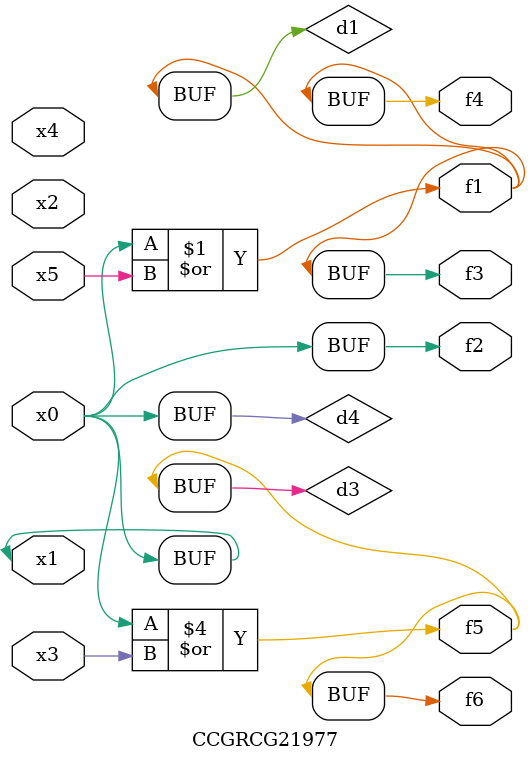
<source format=v>
module CCGRCG21977(
	input x0, x1, x2, x3, x4, x5,
	output f1, f2, f3, f4, f5, f6
);

	wire d1, d2, d3, d4;

	or (d1, x0, x5);
	xnor (d2, x1, x4);
	or (d3, x0, x3);
	buf (d4, x0, x1);
	assign f1 = d1;
	assign f2 = d4;
	assign f3 = d1;
	assign f4 = d1;
	assign f5 = d3;
	assign f6 = d3;
endmodule

</source>
